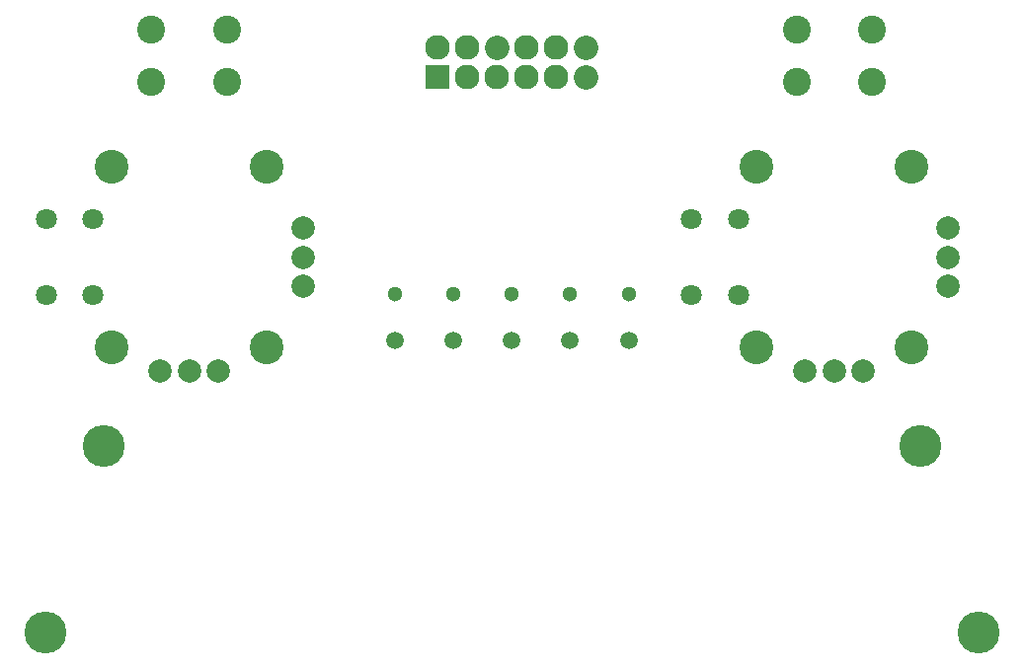
<source format=gbs>
G04 #@! TF.FileFunction,Soldermask,Bot*
%FSLAX46Y46*%
G04 Gerber Fmt 4.6, Leading zero omitted, Abs format (unit mm)*
G04 Created by KiCad (PCBNEW 4.0.7-e2-6376~61~ubuntu18.04.1) date Mon Jan  6 20:04:38 2020*
%MOMM*%
%LPD*%
G01*
G04 APERTURE LIST*
%ADD10C,0.100000*%
%ADD11C,3.600000*%
%ADD12R,2.127200X2.127200*%
%ADD13O,2.127200X2.127200*%
%ADD14C,2.127200*%
%ADD15C,2.400000*%
%ADD16C,1.300000*%
%ADD17C,1.500000*%
%ADD18C,2.000000*%
%ADD19C,1.800000*%
%ADD20C,2.900000*%
G04 APERTURE END LIST*
D10*
D11*
X85000000Y-38000000D03*
X90000000Y-54000000D03*
X15000000Y-38000000D03*
D12*
X43650000Y-6350000D03*
D13*
X43650000Y-3810000D03*
X46190000Y-6350000D03*
X46190000Y-3810000D03*
X48730000Y-6350000D03*
D14*
X48730000Y-3810000D02*
X48730000Y-3810000D01*
D13*
X51270000Y-6350000D03*
X51270000Y-3810000D03*
X53810000Y-6350000D03*
X53810000Y-3810000D03*
D14*
X56350000Y-6350000D02*
X56350000Y-6350000D01*
X56350000Y-3810000D02*
X56350000Y-3810000D01*
D15*
X80898000Y-2322000D03*
X80898000Y-6822000D03*
X74398000Y-2322000D03*
X74398000Y-6822000D03*
X19102000Y-6822000D03*
X19102000Y-2322000D03*
X25602000Y-6822000D03*
X25602000Y-2322000D03*
D16*
X60000000Y-25000000D03*
D17*
X60000000Y-29000000D03*
D16*
X55000000Y-25000000D03*
D17*
X55000000Y-29000000D03*
D16*
X50000000Y-25000000D03*
D17*
X50000000Y-29000000D03*
D16*
X45000000Y-25000000D03*
D17*
X45000000Y-29000000D03*
D16*
X40000000Y-25000000D03*
D17*
X40000000Y-29000000D03*
D18*
X19852000Y-31594000D03*
X22352000Y-31594000D03*
X24852000Y-31594000D03*
X32102000Y-24344000D03*
X32102000Y-21844000D03*
X32102000Y-19344000D03*
D19*
X10102000Y-18594000D03*
X14102000Y-18594000D03*
X10102000Y-25094000D03*
X14102000Y-25094000D03*
D20*
X15702000Y-29594000D03*
X15702000Y-14094000D03*
X29002000Y-14094000D03*
X29002000Y-29594000D03*
D18*
X75148000Y-31594000D03*
X77648000Y-31594000D03*
X80148000Y-31594000D03*
X87398000Y-24344000D03*
X87398000Y-21844000D03*
X87398000Y-19344000D03*
D19*
X65398000Y-18594000D03*
X69398000Y-18594000D03*
X65398000Y-25094000D03*
X69398000Y-25094000D03*
D20*
X70998000Y-29594000D03*
X70998000Y-14094000D03*
X84298000Y-14094000D03*
X84298000Y-29594000D03*
D11*
X10000000Y-54000000D03*
M02*

</source>
